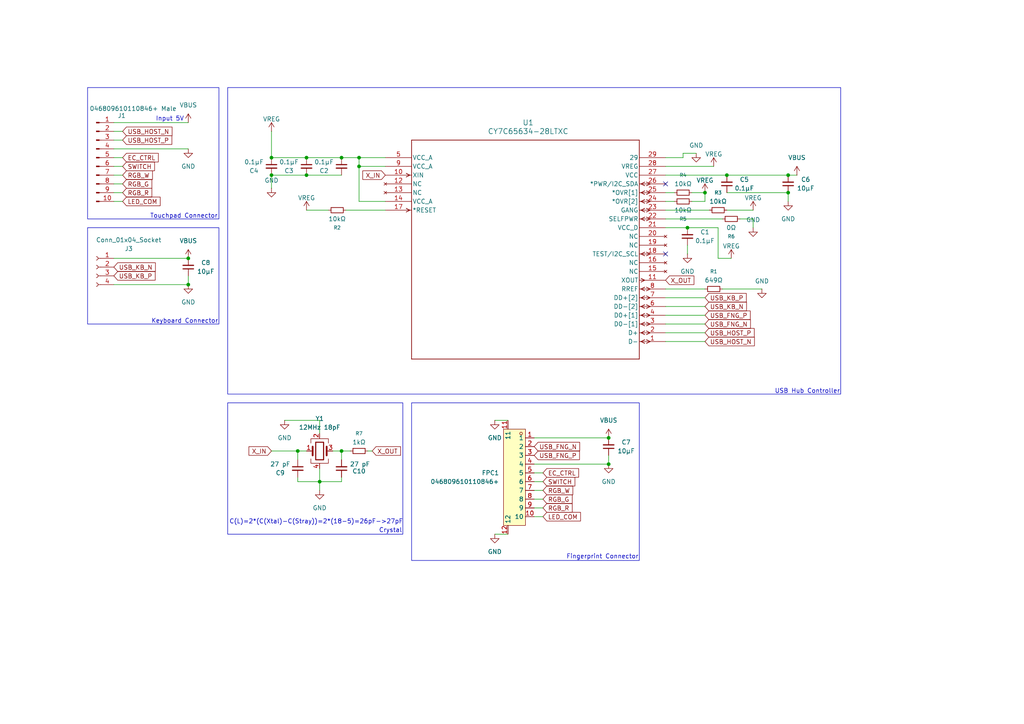
<source format=kicad_sch>
(kicad_sch (version 20250114) (generator "eeschema") (generator_version "9.0")
  (paper "A4")
  (lib_symbols
    (symbol "2025-09-11_12-45-01:CY7C65634-28LTXC" (pin_names (offset 0.254))
      (property "Reference" "U" (at 40.64 10.16 0))
      (property "Value" "CY7C65634-28LTXC" (at 40.64 7.62 0))
      (symbol "CY7C65634-28LTXC_0_1"
        (polyline (pts (xy 7.0993 -5.08) (xy 6.0579 -4.5593)) (stroke (width 0.2032)))
        (polyline (pts (xy 7.0993 -5.08) (xy 6.0579 -5.6007)) (stroke (width 0.2032)))
        (polyline (pts (xy 7.0993 -15.24) (xy 6.0579 -14.7193)) (stroke (width 0.2032)))
        (polyline (pts (xy 7.0993 -15.24) (xy 6.0579 -15.7607)) (stroke (width 0.2032)))
        (polyline (pts (xy 7.62 5.08) (xy 7.62 -58.42)) (stroke (width 0.2032)))
        (polyline (pts (xy 7.62 -58.42) (xy 73.66 -58.42)) (stroke (width 0.2032)))
        (polyline (pts (xy 73.66 5.08) (xy 7.62 5.08)) (stroke (width 0.2032)))
        (polyline (pts (xy 73.66 -58.42) (xy 73.66 5.08)) (stroke (width 0.2032)))
        (polyline (pts (xy 74.1807 -7.62) (xy 75.2221 -7.0993)) (stroke (width 0.2032)))
        (polyline (pts (xy 74.1807 -7.62) (xy 75.2221 -8.1407)) (stroke (width 0.2032)))
        (polyline (pts (xy 74.1807 -10.16) (xy 75.2221 -9.6393)) (stroke (width 0.2032)))
        (polyline (pts (xy 74.1807 -10.16) (xy 75.2221 -10.6807)) (stroke (width 0.2032)))
        (polyline (pts (xy 74.1807 -12.7) (xy 75.2221 -12.1793)) (stroke (width 0.2032)))
        (polyline (pts (xy 74.1807 -12.7) (xy 75.2221 -13.2207)) (stroke (width 0.2032)))
        (polyline (pts (xy 74.1807 -15.24) (xy 75.2221 -14.7193)) (stroke (width 0.2032)))
        (polyline (pts (xy 74.1807 -15.24) (xy 75.2221 -15.7607)) (stroke (width 0.2032)))
        (polyline (pts (xy 74.1807 -17.78) (xy 75.2221 -17.2593)) (stroke (width 0.2032)))
        (polyline (pts (xy 74.1807 -17.78) (xy 75.2221 -18.3007)) (stroke (width 0.2032)))
        (polyline (pts (xy 74.1807 -27.94) (xy 75.2221 -27.4193)) (stroke (width 0.2032)))
        (polyline (pts (xy 74.1807 -27.94) (xy 75.2221 -28.4607)) (stroke (width 0.2032)))
        (polyline (pts (xy 74.1807 -35.0393) (xy 75.2221 -35.56)) (stroke (width 0.2032)))
        (polyline (pts (xy 74.1807 -36.0807) (xy 75.2221 -35.56)) (stroke (width 0.2032)))
        (polyline (pts (xy 74.1807 -38.1) (xy 75.2221 -37.5793)) (stroke (width 0.2032)))
        (polyline (pts (xy 74.1807 -38.1) (xy 75.2221 -38.6207)) (stroke (width 0.2032)))
        (polyline (pts (xy 74.1807 -40.64) (xy 75.2221 -40.1193)) (stroke (width 0.2032)))
        (polyline (pts (xy 74.1807 -40.64) (xy 75.2221 -41.1607)) (stroke (width 0.2032)))
        (polyline (pts (xy 74.1807 -43.18) (xy 75.2221 -42.6593)) (stroke (width 0.2032)))
        (polyline (pts (xy 74.1807 -43.18) (xy 75.2221 -43.7007)) (stroke (width 0.2032)))
        (polyline (pts (xy 74.1807 -45.72) (xy 75.2221 -45.1993)) (stroke (width 0.2032)))
        (polyline (pts (xy 74.1807 -45.72) (xy 75.2221 -46.2407)) (stroke (width 0.2032)))
        (polyline (pts (xy 74.1807 -48.26) (xy 75.2221 -47.7393)) (stroke (width 0.2032)))
        (polyline (pts (xy 74.1807 -48.26) (xy 75.2221 -48.7807)) (stroke (width 0.2032)))
        (polyline (pts (xy 74.1807 -50.8) (xy 75.2221 -50.2793)) (stroke (width 0.2032)))
        (polyline (pts (xy 74.1807 -50.8) (xy 75.2221 -51.3207)) (stroke (width 0.2032)))
        (polyline (pts (xy 74.1807 -53.34) (xy 75.2221 -52.8193)) (stroke (width 0.2032)))
        (polyline (pts (xy 74.1807 -53.34) (xy 75.2221 -53.8607)) (stroke (width 0.2032)))
        (polyline (pts (xy 75.7428 -7.0993) (xy 76.7842 -7.62)) (stroke (width 0.2032)))
        (polyline (pts (xy 75.7428 -8.1407) (xy 76.7842 -7.62)) (stroke (width 0.2032)))
        (polyline (pts (xy 75.7428 -9.6393) (xy 76.7842 -10.16)) (stroke (width 0.2032)))
        (polyline (pts (xy 75.7428 -10.6807) (xy 76.7842 -10.16)) (stroke (width 0.2032)))
        (polyline (pts (xy 75.7428 -12.1793) (xy 76.7842 -12.7)) (stroke (width 0.2032)))
        (polyline (pts (xy 75.7428 -13.2207) (xy 76.7842 -12.7)) (stroke (width 0.2032)))
        (polyline (pts (xy 75.7428 -14.7193) (xy 76.7842 -15.24)) (stroke (width 0.2032)))
        (polyline (pts (xy 75.7428 -15.7607) (xy 76.7842 -15.24)) (stroke (width 0.2032)))
        (polyline (pts (xy 75.7428 -17.2593) (xy 76.7842 -17.78)) (stroke (width 0.2032)))
        (polyline (pts (xy 75.7428 -18.3007) (xy 76.7842 -17.78)) (stroke (width 0.2032)))
        (polyline (pts (xy 75.7428 -27.4193) (xy 76.7842 -27.94)) (stroke (width 0.2032)))
        (polyline (pts (xy 75.7428 -28.4607) (xy 76.7842 -27.94)) (stroke (width 0.2032)))
        (polyline (pts (xy 75.7428 -37.5793) (xy 76.7842 -38.1)) (stroke (width 0.2032)))
        (polyline (pts (xy 75.7428 -38.6207) (xy 76.7842 -38.1)) (stroke (width 0.2032)))
        (polyline (pts (xy 75.7428 -40.1193) (xy 76.7842 -40.64)) (stroke (width 0.2032)))
        (polyline (pts (xy 75.7428 -41.1607) (xy 76.7842 -40.64)) (stroke (width 0.2032)))
        (polyline (pts (xy 75.7428 -42.6593) (xy 76.7842 -43.18)) (stroke (width 0.2032)))
        (polyline (pts (xy 75.7428 -43.7007) (xy 76.7842 -43.18)) (stroke (width 0.2032)))
        (polyline (pts (xy 75.7428 -45.1993) (xy 76.7842 -45.72)) (stroke (width 0.2032)))
        (polyline (pts (xy 75.7428 -46.2407) (xy 76.7842 -45.72)) (stroke (width 0.2032)))
        (polyline (pts (xy 75.7428 -47.7393) (xy 76.7842 -48.26)) (stroke (width 0.2032)))
        (polyline (pts (xy 75.7428 -48.7807) (xy 76.7842 -48.26)) (stroke (width 0.2032)))
        (polyline (pts (xy 75.7428 -50.2793) (xy 76.7842 -50.8)) (stroke (width 0.2032)))
        (polyline (pts (xy 75.7428 -51.3207) (xy 76.7842 -50.8)) (stroke (width 0.2032)))
        (polyline (pts (xy 75.7428 -52.8193) (xy 76.7842 -53.34)) (stroke (width 0.2032)))
        (polyline (pts (xy 75.7428 -53.8607) (xy 76.7842 -53.34)) (stroke (width 0.2032)))
        (pin power_in line (at 0 0 0) (length 7.62) (name "VCC_A") (number "5"))
        (pin power_in line (at 0 -2.54 0) (length 7.62) (name "VCC_A") (number "9"))
        (pin input line (at 0 -5.08 0) (length 7.62) (name "XIN") (number "10"))
        (pin no_connect line (at 0 -7.62 0) (length 7.62) (name "NC") (number "12"))
        (pin no_connect line (at 0 -10.16 0) (length 7.62) (name "NC") (number "13"))
        (pin power_in line (at 0 -12.7 0) (length 7.62) (name "VCC_A") (number "14"))
        (pin input line (at 0 -15.24 0) (length 7.62) (name "*RESET") (number "17"))
        (pin unspecified line (at 81.28 0 180) (length 7.62) (name "29") (number "29"))
        (pin power_in line (at 81.28 -2.54 180) (length 7.62) (name "VREG") (number "28"))
        (pin power_in line (at 81.28 -5.08 180) (length 7.62) (name "VCC") (number "27"))
        (pin bidirectional line (at 81.28 -7.62 180) (length 7.62) (name "*PWR/I2C_SDA") (number "26"))
        (pin bidirectional line (at 81.28 -10.16 180) (length 7.62) (name "*OVR[1]") (number "25"))
        (pin bidirectional line (at 81.28 -12.7 180) (length 7.62) (name "*OVR[2]") (number "24"))
        (pin bidirectional line (at 81.28 -15.24 180) (length 7.62) (name "GANG") (number "23"))
        (pin bidirectional line (at 81.28 -17.78 180) (length 7.62) (name "SELFPWR") (number "22"))
        (pin power_in line (at 81.28 -20.32 180) (length 7.62) (name "VCC_D") (number "21"))
        (pin no_connect line (at 81.28 -22.86 180) (length 7.62) (name "NC") (number "20"))
        (pin no_connect line (at 81.28 -25.4 180) (length 7.62) (name "NC") (number "19"))
        (pin bidirectional line (at 81.28 -27.94 180) (length 7.62) (name "TEST/I2C_SCL") (number "18"))
        (pin no_connect line (at 81.28 -30.48 180) (length 7.62) (name "NC") (number "16"))
        (pin no_connect line (at 81.28 -33.02 180) (length 7.62) (name "NC") (number "15"))
        (pin output line (at 81.28 -35.56 180) (length 7.62) (name "XOUT") (number "11"))
        (pin bidirectional line (at 81.28 -38.1 180) (length 7.62) (name "RREF") (number "8"))
        (pin bidirectional line (at 81.28 -40.64 180) (length 7.62) (name "DD+[2]") (number "7"))
        (pin bidirectional line (at 81.28 -43.18 180) (length 7.62) (name "DD-[2]") (number "6"))
        (pin bidirectional line (at 81.28 -45.72 180) (length 7.62) (name "D0+[1]") (number "4"))
        (pin bidirectional line (at 81.28 -48.26 180) (length 7.62) (name "D0-[1]") (number "3"))
        (pin bidirectional line (at 81.28 -50.8 180) (length 7.62) (name "D+") (number "2"))
        (pin bidirectional line (at 81.28 -53.34 180) (length 7.62) (name "D-") (number "1"))
      )
    )
    (symbol "Connector:Conn_01x04_Socket" (pin_names (offset 1.016) (hide yes))
      (property "Reference" "J" (at 0 5.08 0))
      (property "Value" "Conn_01x04_Socket" (at 0 -7.62 0))
      (symbol "Conn_01x04_Socket_1_1"
        (polyline (pts (xy -1.27 2.54) (xy -0.508 2.54)) (stroke (width 0.1524)))
        (polyline (pts (xy -1.27 0) (xy -0.508 0)) (stroke (width 0.1524)))
        (polyline (pts (xy -1.27 -2.54) (xy -0.508 -2.54)) (stroke (width 0.1524)))
        (polyline (pts (xy -1.27 -5.08) (xy -0.508 -5.08)) (stroke (width 0.1524)))
        (arc (start 0 2.032) (mid -0.5058 2.54) (end 0 3.048) (stroke (width 0.1524)))
        (arc (start 0 -0.508) (mid -0.5058 0) (end 0 0.508) (stroke (width 0.1524)))
        (arc (start 0 -3.048) (mid -0.5058 -2.54) (end 0 -2.032) (stroke (width 0.1524)))
        (arc (start 0 -5.588) (mid -0.5058 -5.08) (end 0 -4.572) (stroke (width 0.1524)))
        (pin passive line (at -5.08 2.54 0) (length 3.81) (name "Pin_1") (number "1"))
        (pin passive line (at -5.08 0 0) (length 3.81) (name "Pin_2") (number "2"))
        (pin passive line (at -5.08 -2.54 0) (length 3.81) (name "Pin_3") (number "3"))
        (pin passive line (at -5.08 -5.08 0) (length 3.81) (name "Pin_4") (number "4"))
      )
    )
    (symbol "Connector:Conn_01x10_Pin" (pin_names (offset 1.016) (hide yes))
      (property "Reference" "J" (at 0 12.7 0))
      (property "Value" "Conn_01x10_Pin" (at 0 -15.24 0))
      (symbol "Conn_01x10_Pin_1_1"
        (rectangle (start 0.8636 10.287) (end 0 10.033) (stroke (width 0.1524)) (fill (type outline)))
        (rectangle (start 0.8636 7.747) (end 0 7.493) (stroke (width 0.1524)) (fill (type outline)))
        (rectangle (start 0.8636 5.207) (end 0 4.953) (stroke (width 0.1524)) (fill (type outline)))
        (rectangle (start 0.8636 2.667) (end 0 2.413) (stroke (width 0.1524)) (fill (type outline)))
        (rectangle (start 0.8636 0.127) (end 0 -0.127) (stroke (width 0.1524)) (fill (type outline)))
        (rectangle (start 0.8636 -2.413) (end 0 -2.667) (stroke (width 0.1524)) (fill (type outline)))
        (rectangle (start 0.8636 -4.953) (end 0 -5.207) (stroke (width 0.1524)) (fill (type outline)))
        (rectangle (start 0.8636 -7.493) (end 0 -7.747) (stroke (width 0.1524)) (fill (type outline)))
        (rectangle (start 0.8636 -10.033) (end 0 -10.287) (stroke (width 0.1524)) (fill (type outline)))
        (rectangle (start 0.8636 -12.573) (end 0 -12.827) (stroke (width 0.1524)) (fill (type outline)))
        (polyline (pts (xy 1.27 10.16) (xy 0.8636 10.16)) (stroke (width 0.1524)))
        (polyline (pts (xy 1.27 7.62) (xy 0.8636 7.62)) (stroke (width 0.1524)))
        (polyline (pts (xy 1.27 5.08) (xy 0.8636 5.08)) (stroke (width 0.1524)))
        (polyline (pts (xy 1.27 2.54) (xy 0.8636 2.54)) (stroke (width 0.1524)))
        (polyline (pts (xy 1.27 0) (xy 0.8636 0)) (stroke (width 0.1524)))
        (polyline (pts (xy 1.27 -2.54) (xy 0.8636 -2.54)) (stroke (width 0.1524)))
        (polyline (pts (xy 1.27 -5.08) (xy 0.8636 -5.08)) (stroke (width 0.1524)))
        (polyline (pts (xy 1.27 -7.62) (xy 0.8636 -7.62)) (stroke (width 0.1524)))
        (polyline (pts (xy 1.27 -10.16) (xy 0.8636 -10.16)) (stroke (width 0.1524)))
        (polyline (pts (xy 1.27 -12.7) (xy 0.8636 -12.7)) (stroke (width 0.1524)))
        (pin passive line (at 5.08 10.16 180) (length 3.81) (name "Pin_1") (number "1"))
        (pin passive line (at 5.08 7.62 180) (length 3.81) (name "Pin_2") (number "2"))
        (pin passive line (at 5.08 5.08 180) (length 3.81) (name "Pin_3") (number "3"))
        (pin passive line (at 5.08 2.54 180) (length 3.81) (name "Pin_4") (number "4"))
        (pin passive line (at 5.08 0 180) (length 3.81) (name "Pin_5") (number "5"))
        (pin passive line (at 5.08 -2.54 180) (length 3.81) (name "Pin_6") (number "6"))
        (pin passive line (at 5.08 -5.08 180) (length 3.81) (name "Pin_7") (number "7"))
        (pin passive line (at 5.08 -7.62 180) (length 3.81) (name "Pin_8") (number "8"))
        (pin passive line (at 5.08 -10.16 180) (length 3.81) (name "Pin_9") (number "9"))
        (pin passive line (at 5.08 -12.7 180) (length 3.81) (name "Pin_10") (number "10"))
      )
    )
    (symbol "Device:C_Small" (pin_numbers (hide yes)) (pin_names (offset 0.254) (hide yes))
      (property "Reference" "C" (at 0.254 1.778 0))
      (property "Value" "C_Small" (at 0.254 -2.032 0))
      (symbol "C_Small_0_1"
        (polyline (pts (xy -1.524 0.508) (xy 1.524 0.508)) (stroke (width 0.3048)))
        (polyline (pts (xy -1.524 -0.508) (xy 1.524 -0.508)) (stroke (width 0.3302)))
      )
      (symbol "C_Small_1_1"
        (pin passive line (at 0 2.54 270) (length 2.032) (name "~") (number "1"))
        (pin passive line (at 0 -2.54 90) (length 2.032) (name "~") (number "2"))
      )
    )
    (symbol "Device:Crystal_GND24" (pin_names (offset 1.016) (hide yes))
      (property "Reference" "Y" (at 3.175 5.08 0))
      (property "Value" "Crystal_GND24" (at 3.175 3.175 0))
      (symbol "Crystal_GND24_0_1"
        (polyline (pts (xy -2.54 2.286) (xy -2.54 3.556) (xy 2.54 3.556) (xy 2.54 2.286)))
        (polyline (pts (xy -2.54 0) (xy -2.032 0)))
        (polyline (pts (xy -2.54 -2.286) (xy -2.54 -3.556) (xy 2.54 -3.556) (xy 2.54 -2.286)))
        (polyline (pts (xy -2.032 -1.27) (xy -2.032 1.27)) (stroke (width 0.508)))
        (rectangle (start -1.143 2.54) (end 1.143 -2.54) (stroke (width 0.3048)))
        (polyline (pts (xy 0 3.556) (xy 0 3.81)))
        (polyline (pts (xy 0 -3.81) (xy 0 -3.556)))
        (polyline (pts (xy 2.032 0) (xy 2.54 0)))
        (polyline (pts (xy 2.032 -1.27) (xy 2.032 1.27)) (stroke (width 0.508)))
      )
      (symbol "Crystal_GND24_1_1"
        (pin passive line (at -3.81 0 0) (length 1.27) (name "1") (number "1"))
        (pin passive line (at 0 5.08 270) (length 1.27) (name "2") (number "2"))
        (pin passive line (at 0 -5.08 90) (length 1.27) (name "4") (number "4"))
        (pin passive line (at 3.81 0 180) (length 1.27) (name "3") (number "3"))
      )
    )
    (symbol "Device:R_Small" (pin_numbers (hide yes)) (pin_names (offset 0.254) (hide yes))
      (property "Reference" "R" (at 0 0 90))
      (property "Value" "R_Small" (at 1.778 0 90))
      (symbol "R_Small_0_1"
        (rectangle (start -0.762 1.778) (end 0.762 -1.778) (stroke (width 0.2032)))
      )
      (symbol "R_Small_1_1"
        (pin passive line (at 0 2.54 270) (length 0.762) (name "~") (number "1"))
        (pin passive line (at 0 -2.54 90) (length 0.762) (name "~") (number "2"))
      )
    )
    (symbol "easyeda2kicad:046809610110846+"
      (property "Reference" "FPC" (at 0 21.59 0))
      (property "Value" "046809610110846+" (at 0 -21.59 0))
      (symbol "046809610110846+_0_1"
        (rectangle (start -1.27 13.97) (end 5.08 -13.97) (fill (type background)))
        (circle (center 0 12.7) (radius 0.38))
        (pin unspecified line (at -3.81 11.43 0) (length 2.54) (name "1") (number "1"))
        (pin unspecified line (at -3.81 8.89 0) (length 2.54) (name "2") (number "2"))
        (pin unspecified line (at -3.81 6.35 0) (length 2.54) (name "3") (number "3"))
        (pin unspecified line (at -3.81 3.81 0) (length 2.54) (name "4") (number "4"))
        (pin unspecified line (at -3.81 1.27 0) (length 2.54) (name "5") (number "5"))
        (pin unspecified line (at -3.81 -1.27 0) (length 2.54) (name "6") (number "6"))
        (pin unspecified line (at -3.81 -3.81 0) (length 2.54) (name "7") (number "7"))
        (pin unspecified line (at -3.81 -6.35 0) (length 2.54) (name "8") (number "8"))
        (pin unspecified line (at -3.81 -8.89 0) (length 2.54) (name "9") (number "9"))
        (pin unspecified line (at -3.81 -11.43 0) (length 2.54) (name "10") (number "10"))
        (pin unspecified line (at 3.81 16.51 270) (length 2.54) (name "11") (number "11"))
        (pin unspecified line (at 3.81 -16.51 90) (length 2.54) (name "12") (number "12"))
      )
    )
    (symbol "power:+3V3" (power) (pin_numbers (hide yes)) (pin_names (offset 0) (hide yes))
      (property "Value" "+3V3" (at 0 3.556 0))
      (symbol "+3V3_0_1"
        (polyline (pts (xy -0.762 1.27) (xy 0 2.54)))
        (polyline (pts (xy 0 2.54) (xy 0.762 1.27)))
        (polyline (pts (xy 0 0) (xy 0 2.54)))
      )
      (symbol "+3V3_1_1"
        (pin power_in line (at 0 0 90) (length 0) (name "~") (number "1"))
      )
    )
    (symbol "power:GND" (power) (pin_numbers (hide yes)) (pin_names (offset 0) (hide yes))
      (property "Value" "GND" (at 0 -3.81 0))
      (symbol "GND_0_1"
        (polyline (pts (xy 0 0) (xy 0 -1.27) (xy 1.27 -1.27) (xy 0 -2.54) (xy -1.27 -1.27) (xy 0 -1.27)))
      )
      (symbol "GND_1_1"
        (pin power_in line (at 0 0 270) (length 0) (name "~") (number "1"))
      )
    )
    (symbol "power:VBUS" (power) (pin_numbers (hide yes)) (pin_names (offset 0) (hide yes))
      (property "Value" "VBUS" (at 0 3.556 0))
      (symbol "VBUS_0_1"
        (polyline (pts (xy -0.762 1.27) (xy 0 2.54)))
        (polyline (pts (xy 0 2.54) (xy 0.762 1.27)))
        (polyline (pts (xy 0 0) (xy 0 2.54)))
      )
      (symbol "VBUS_1_1"
        (pin power_in line (at 0 0 90) (length 0) (name "~") (number "1"))
      )
    )
  )
  (rectangle (start 66.04 116.84) (end 116.84 154.94))
  (rectangle (start 66.04 25.4) (end 243.84 114.3))
  (rectangle (start 25.4 25.4) (end 63.5 63.5))
  (rectangle (start 25.4 66.04) (end 63.5 93.98))
  (rectangle (start 119.38 116.84) (end 185.42 162.56))
  (text "USB Hub Controller" (at 234.188 113.538 0) (effects (font (size 1.27 1.27))))
  (text "Keyboard Connector" (at 53.594 93.218 0) (effects (font (size 1.27 1.27))))
  (text "Crystal" (at 113.284 153.924 0) (effects (font (size 1.27 1.27))))
  (text "Touchpad Connector" (at 53.34 62.738 0) (effects (font (size 1.27 1.27))))
  (text "Fingerprint Connector" (at 174.752 161.544 0) (effects (font (size 1.27 1.27))))
  (text "C(L)=2*(C(Xtal)-C(Stray))=2*(18-5)=26pF->27pF" (at 91.694 151.384 0) (effects (font (size 1.27 1.27))))
  (text "Input 5V" (at 49.276 34.544 0) (effects (font (size 1.27 1.27))))
  (junction (at 176.53 134.62))
  (junction (at 99.06 130.81))
  (junction (at 88.9 45.72))
  (junction (at 86.36 130.81))
  (junction (at 104.14 48.26))
  (junction (at 54.61 74.93))
  (junction (at 204.47 55.88))
  (junction (at 176.53 127))
  (junction (at 92.71 139.7))
  (junction (at 78.74 45.72))
  (junction (at 228.6 55.88))
  (junction (at 78.74 50.8))
  (junction (at 99.06 45.72))
  (junction (at 228.6 50.8))
  (junction (at 104.14 45.72))
  (junction (at 54.61 82.55))
  (junction (at 199.39 66.04))
  (junction (at 210.82 50.8))
  (junction (at 88.9 50.8))
  (no_connect (at 193.04 53.34))
  (no_connect (at 193.04 73.66))
  (wire (pts (xy 99.06 130.81) (xy 99.06 133.35)))
  (wire (pts (xy 54.61 74.93) (xy 33.02 74.93)))
  (wire (pts (xy 88.9 45.72) (xy 78.74 45.72)))
  (wire (pts (xy 193.04 50.8) (xy 210.82 50.8)))
  (wire (pts (xy 210.82 50.8) (xy 228.6 50.8)))
  (wire (pts (xy 35.56 40.64) (xy 33.02 40.64)))
  (wire (pts (xy 96.52 130.81) (xy 99.06 130.81)))
  (wire (pts (xy 198.12 44.45) (xy 198.12 45.72)))
  (wire (pts (xy 228.6 58.42) (xy 228.6 55.88)))
  (wire (pts (xy 88.9 50.8) (xy 99.06 50.8)))
  (wire (pts (xy 204.47 88.9) (xy 193.04 88.9)))
  (wire (pts (xy 35.56 38.1) (xy 33.02 38.1)))
  (wire (pts (xy 86.36 139.7) (xy 86.36 138.43)))
  (wire (pts (xy 78.74 50.8) (xy 88.9 50.8)))
  (wire (pts (xy 92.71 125.73) (xy 92.71 121.92)))
  (wire (pts (xy 92.71 121.92) (xy 82.55 121.92)))
  (wire (pts (xy 54.61 80.01) (xy 54.61 82.55)))
  (wire (pts (xy 198.12 45.72) (xy 193.04 45.72)))
  (wire (pts (xy 78.74 38.1) (xy 78.74 45.72)))
  (wire (pts (xy 204.47 55.88) (xy 200.66 55.88)))
  (wire (pts (xy 204.47 91.44) (xy 193.04 91.44)))
  (wire (pts (xy 106.68 130.81) (xy 107.95 130.81)))
  (wire (pts (xy 78.74 54.61) (xy 78.74 50.8)))
  (wire (pts (xy 157.48 147.32) (xy 154.94 147.32)))
  (wire (pts (xy 208.28 74.93) (xy 208.28 66.04)))
  (wire (pts (xy 193.04 55.88) (xy 195.58 55.88)))
  (wire (pts (xy 92.71 135.89) (xy 92.71 139.7)))
  (wire (pts (xy 157.48 142.24) (xy 154.94 142.24)))
  (wire (pts (xy 35.56 48.26) (xy 33.02 48.26)))
  (wire (pts (xy 35.56 55.88) (xy 33.02 55.88)))
  (wire (pts (xy 88.9 60.96) (xy 95.25 60.96)))
  (wire (pts (xy 54.61 43.18) (xy 33.02 43.18)))
  (wire (pts (xy 157.48 144.78) (xy 154.94 144.78)))
  (wire (pts (xy 204.47 86.36) (xy 193.04 86.36)))
  (wire (pts (xy 104.14 45.72) (xy 111.76 45.72)))
  (wire (pts (xy 193.04 48.26) (xy 207.01 48.26)))
  (wire (pts (xy 35.56 50.8) (xy 33.02 50.8)))
  (wire (pts (xy 33.02 82.55) (xy 54.61 82.55)))
  (wire (pts (xy 201.93 44.45) (xy 198.12 44.45)))
  (wire (pts (xy 199.39 66.04) (xy 208.28 66.04)))
  (wire (pts (xy 204.47 99.06) (xy 193.04 99.06)))
  (wire (pts (xy 86.36 130.81) (xy 86.36 133.35)))
  (wire (pts (xy 99.06 45.72) (xy 104.14 45.72)))
  (wire (pts (xy 92.71 139.7) (xy 99.06 139.7)))
  (wire (pts (xy 212.09 74.93) (xy 208.28 74.93)))
  (wire (pts (xy 86.36 130.81) (xy 88.9 130.81)))
  (wire (pts (xy 154.94 134.62) (xy 176.53 134.62)))
  (wire (pts (xy 143.51 121.92) (xy 147.32 121.92)))
  (wire (pts (xy 92.71 142.24) (xy 92.71 139.7)))
  (wire (pts (xy 228.6 50.8) (xy 231.14 50.8)))
  (wire (pts (xy 157.48 139.7) (xy 154.94 139.7)))
  (wire (pts (xy 193.04 63.5) (xy 209.55 63.5)))
  (wire (pts (xy 204.47 83.82) (xy 193.04 83.82)))
  (wire (pts (xy 176.53 132.08) (xy 176.53 134.62)))
  (wire (pts (xy 209.55 83.82) (xy 220.98 83.82)))
  (wire (pts (xy 193.04 58.42) (xy 195.58 58.42)))
  (wire (pts (xy 210.82 60.96) (xy 218.44 60.96)))
  (wire (pts (xy 99.06 45.72) (xy 88.9 45.72)))
  (wire (pts (xy 200.66 58.42) (xy 204.47 58.42)))
  (wire (pts (xy 214.63 63.5) (xy 218.44 63.5)))
  (wire (pts (xy 35.56 45.72) (xy 33.02 45.72)))
  (wire (pts (xy 111.76 48.26) (xy 104.14 48.26)))
  (wire (pts (xy 100.33 60.96) (xy 111.76 60.96)))
  (wire (pts (xy 157.48 137.16) (xy 154.94 137.16)))
  (wire (pts (xy 157.48 149.86) (xy 154.94 149.86)))
  (wire (pts (xy 104.14 48.26) (xy 104.14 45.72)))
  (wire (pts (xy 78.74 130.81) (xy 86.36 130.81)))
  (wire (pts (xy 104.14 58.42) (xy 104.14 48.26)))
  (wire (pts (xy 176.53 127) (xy 154.94 127)))
  (wire (pts (xy 204.47 93.98) (xy 193.04 93.98)))
  (wire (pts (xy 193.04 60.96) (xy 205.74 60.96)))
  (wire (pts (xy 193.04 66.04) (xy 199.39 66.04)))
  (wire (pts (xy 218.44 66.04) (xy 218.44 63.5)))
  (wire (pts (xy 99.06 139.7) (xy 99.06 138.43)))
  (wire (pts (xy 143.51 154.94) (xy 147.32 154.94)))
  (wire (pts (xy 99.06 130.81) (xy 101.6 130.81)))
  (wire (pts (xy 35.56 53.34) (xy 33.02 53.34)))
  (wire (pts (xy 204.47 96.52) (xy 193.04 96.52)))
  (wire (pts (xy 210.82 55.88) (xy 228.6 55.88)))
  (wire (pts (xy 86.36 139.7) (xy 92.71 139.7)))
  (wire (pts (xy 111.76 58.42) (xy 104.14 58.42)))
  (wire (pts (xy 204.47 55.88) (xy 204.47 58.42)))
  (wire (pts (xy 35.56 58.42) (xy 33.02 58.42)))
  (wire (pts (xy 54.61 35.56) (xy 33.02 35.56)))
  (wire (pts (xy 199.39 73.66) (xy 199.39 71.12)))
  (global_label "USB_FNG_N" (shape input) (at 204.47 93.98 0) (property "Intersheetrefs" "${INTERSHEET_REFS}" (effects (hide yes))))
  (global_label "USB_HOST_P" (shape input) (at 35.56 40.64 0) (property "Intersheetrefs" "${INTERSHEET_REFS}" (effects (hide yes))))
  (global_label "EC_CTRL" (shape input) (at 157.48 137.16 0) (property "Intersheetrefs" "${INTERSHEET_REFS}" (effects (hide yes))))
  (global_label "USB_KB_P" (shape input) (at 204.47 86.36 0) (property "Intersheetrefs" "${INTERSHEET_REFS}" (effects (hide yes))))
  (global_label "RGB_R" (shape input) (at 35.56 55.88 0) (property "Intersheetrefs" "${INTERSHEET_REFS}" (effects (hide yes))))
  (global_label "USB_HOST_N" (shape input) (at 204.47 99.06 0) (property "Intersheetrefs" "${INTERSHEET_REFS}" (effects (hide yes))))
  (global_label "X_IN" (shape input) (at 111.76 50.8 180) (property "Intersheetrefs" "${INTERSHEET_REFS}" (effects (hide yes))))
  (global_label "X_OUT" (shape input) (at 193.04 81.28 0) (property "Intersheetrefs" "${INTERSHEET_REFS}" (effects (hide yes))))
  (global_label "EC_CTRL" (shape input) (at 35.56 45.72 0) (property "Intersheetrefs" "${INTERSHEET_REFS}" (effects (hide yes))))
  (global_label "USB_KB_N" (shape input) (at 33.02 77.47 0) (property "Intersheetrefs" "${INTERSHEET_REFS}" (effects (hide yes))))
  (global_label "USB_FNG_N" (shape input) (at 154.94 129.54 0) (property "Intersheetrefs" "${INTERSHEET_REFS}" (effects (hide yes))))
  (global_label "LED_COM" (shape input) (at 157.48 149.86 0) (property "Intersheetrefs" "${INTERSHEET_REFS}" (effects (hide yes))))
  (global_label "RGB_W" (shape input) (at 157.48 142.24 0) (property "Intersheetrefs" "${INTERSHEET_REFS}" (effects (hide yes))))
  (global_label "RGB_G" (shape input) (at 35.56 53.34 0) (property "Intersheetrefs" "${INTERSHEET_REFS}" (effects (hide yes))))
  (global_label "X_OUT" (shape input) (at 107.95 130.81 0) (property "Intersheetrefs" "${INTERSHEET_REFS}" (effects (hide yes))))
  (global_label "USB_HOST_P" (shape input) (at 204.47 96.52 0) (property "Intersheetrefs" "${INTERSHEET_REFS}" (effects (hide yes))))
  (global_label "USB_FNG_P" (shape input) (at 204.47 91.44 0) (property "Intersheetrefs" "${INTERSHEET_REFS}" (effects (hide yes))))
  (global_label "USB_KB_N" (shape input) (at 204.47 88.9 0) (property "Intersheetrefs" "${INTERSHEET_REFS}" (effects (hide yes))))
  (global_label "USB_HOST_N" (shape input) (at 35.56 38.1 0) (property "Intersheetrefs" "${INTERSHEET_REFS}" (effects (hide yes))))
  (global_label "SWITCH" (shape input) (at 35.56 48.26 0) (property "Intersheetrefs" "${INTERSHEET_REFS}" (effects (hide yes))))
  (global_label "X_IN" (shape input) (at 78.74 130.81 180) (property "Intersheetrefs" "${INTERSHEET_REFS}" (effects (hide yes))))
  (global_label "RGB_G" (shape input) (at 157.48 144.78 0) (property "Intersheetrefs" "${INTERSHEET_REFS}" (effects (hide yes))))
  (global_label "USB_FNG_P" (shape input) (at 154.94 132.08 0) (property "Intersheetrefs" "${INTERSHEET_REFS}" (effects (hide yes))))
  (global_label "RGB_W" (shape input) (at 35.56 50.8 0) (property "Intersheetrefs" "${INTERSHEET_REFS}" (effects (hide yes))))
  (global_label "USB_KB_P" (shape input) (at 33.02 80.01 0) (property "Intersheetrefs" "${INTERSHEET_REFS}" (effects (hide yes))))
  (global_label "SWITCH" (shape input) (at 157.48 139.7 0) (property "Intersheetrefs" "${INTERSHEET_REFS}" (effects (hide yes))))
  (global_label "LED_COM" (shape input) (at 35.56 58.42 0) (property "Intersheetrefs" "${INTERSHEET_REFS}" (effects (hide yes))))
  (global_label "RGB_R" (shape input) (at 157.48 147.32 0) (property "Intersheetrefs" "${INTERSHEET_REFS}" (effects (hide yes))))
  (symbol (lib_id "Device:R_Small") (at 208.28 60.96 90) (mirror x) (unit 1)
    (property "Reference" "R3" (at 208.28 55.88 90) (effects (font (size 1.016 1.016))))
    (property "Value" "10kΩ" (at 208.28 58.42 90))
    (property "Footprint" "Resistor_SMD:R_0805_2012Metric_Pad1.20x1.40mm_HandSolder" (effects (hide yes)))
    (property "Description" "Resistor, small symbol" (effects (hide yes)))
  )
  (symbol (lib_id "easyeda2kicad:046809610110846+") (at 151.13 138.43 0) (mirror y) (unit 1)
    (property "Reference" "FPC1" (at 144.78 137.1599 0) (effects (justify left)))
    (property "Value" "046809610110846+" (at 144.78 139.6999 0) (effects (justify left)))
    (property "Footprint" "easyeda2kicad:CONN-SMD_10P-P0.50_046809610110846" (effects (hide yes)))
    (property "LCSC Part" "C5464531" (effects (hide yes)))
  )
  (symbol (lib_id "power:GND") (at 199.39 73.66 0) (unit 1)
    (property "Reference" "#PWR020" (effects (hide yes)))
    (property "Value" "GND" (at 199.39 78.74 0))
    (property "Description" "Power symbol creates a global label with name \"GND\" , ground" (effects (hide yes)))
  )
  (symbol (lib_id "power:GND") (at 54.61 43.18 0) (unit 1)
    (property "Reference" "#PWR02" (effects (hide yes)))
    (property "Value" "GND" (at 54.61 48.26 0))
    (property "Description" "Power symbol creates a global label with name \"GND\" , ground" (effects (hide yes)))
  )
  (symbol (lib_id "power:GND") (at 220.98 83.82 0) (unit 1)
    (property "Reference" "#PWR012" (effects (hide yes)))
    (property "Value" "GND" (at 218.948 81.534 0) (effects (justify left)))
    (property "Description" "Power symbol creates a global label with name \"GND\" , ground" (effects (hide yes)))
  )
  (symbol (lib_id "Device:C_Small") (at 88.9 48.26 0) (mirror y) (unit 1)
    (property "Reference" "C3" (at 83.8263 49.53 0))
    (property "Value" "0.1μF" (at 83.8263 46.99 0))
    (property "Footprint" "Capacitor_SMD:C_0805_2012Metric_Pad1.18x1.45mm_HandSolder" (effects (hide yes)))
    (property "Description" "Unpolarized capacitor, small symbol" (effects (hide yes)))
  )
  (symbol (lib_id "power:VBUS") (at 54.61 74.93 0) (unit 1)
    (property "Reference" "#PWR07" (effects (hide yes)))
    (property "Value" "VBUS" (at 54.61 69.85 0))
    (property "Description" "Power symbol creates a global label with name \"VBUS\"" (effects (hide yes)))
  )
  (symbol (lib_id "power:VBUS") (at 176.53 127 0) (unit 1)
    (property "Reference" "#PWR013" (effects (hide yes)))
    (property "Value" "VBUS" (at 176.53 121.92 0))
    (property "Description" "Power symbol creates a global label with name \"VBUS\"" (effects (hide yes)))
  )
  (symbol (lib_id "power:GND") (at 176.53 134.62 0) (unit 1)
    (property "Reference" "#PWR04" (effects (hide yes)))
    (property "Value" "GND" (at 176.53 139.7 0))
    (property "Description" "Power symbol creates a global label with name \"GND\" , ground" (effects (hide yes)))
  )
  (symbol (lib_id "power:GND") (at 82.55 121.92 0) (unit 1)
    (property "Reference" "#PWR022" (effects (hide yes)))
    (property "Value" "GND" (at 82.55 127 0))
    (property "Description" "Power symbol creates a global label with name \"GND\" , ground" (effects (hide yes)))
  )
  (symbol (lib_id "power:GND") (at 54.61 82.55 0) (unit 1)
    (property "Reference" "#PWR05" (effects (hide yes)))
    (property "Value" "GND" (at 54.61 87.63 0))
    (property "Description" "Power symbol creates a global label with name \"GND\" , ground" (effects (hide yes)))
  )
  (symbol (lib_id "Device:C_Small") (at 54.61 77.47 0) (mirror x) (unit 1)
    (property "Reference" "C8" (at 59.6837 76.2 0))
    (property "Value" "10μF" (at 59.6837 78.74 0))
    (property "Footprint" "Capacitor_SMD:C_0805_2012Metric_Pad1.18x1.45mm_HandSolder" (effects (hide yes)))
    (property "Description" "Unpolarized capacitor, small symbol" (effects (hide yes)))
  )
  (symbol (lib_id "Device:C_Small") (at 86.36 135.89 0) (mirror y) (unit 1)
    (property "Reference" "C9" (at 81.2863 137.16 0))
    (property "Value" "27 pF" (at 81.2863 134.62 0))
    (property "Footprint" "Capacitor_SMD:C_0805_2012Metric_Pad1.18x1.45mm_HandSolder" (effects (hide yes)))
    (property "Description" "Unpolarized capacitor, small symbol" (effects (hide yes)))
  )
  (symbol (lib_id "Device:C_Small") (at 99.06 135.89 0) (mirror x) (unit 1)
    (property "Reference" "C10" (at 104.14 136.652 0))
    (property "Value" "27 pF" (at 104.394 134.62 0))
    (property "Footprint" "Capacitor_SMD:C_0805_2012Metric_Pad1.18x1.45mm_HandSolder" (effects (hide yes)))
    (property "Description" "Unpolarized capacitor, small symbol" (effects (hide yes)))
  )
  (symbol (lib_id "power:+3V3") (at 88.9 60.96 0) (unit 1)
    (property "Reference" "#PWR017" (effects (hide yes)))
    (property "Value" "VREG" (at 88.9 57.404 0))
    (property "Description" "Power symbol creates a global label with name \"+3V3\"" (effects (hide yes)))
  )
  (symbol (lib_id "Device:Crystal_GND24") (at 92.71 130.81 0) (unit 1)
    (property "Reference" "Y1" (at 92.71 121.412 0))
    (property "Value" "12MHz 18pF" (at 92.71 123.952 0))
    (property "Footprint" "Crystal:Crystal_SMD_Abracon_ABM3B-4Pin_5.0x3.2mm" (effects (hide yes)))
    (property "Description" "Four pin crystal, GND on pins 2 and 4" (effects (hide yes)))
  )
  (symbol (lib_id "power:+3V3") (at 207.01 48.26 0) (unit 1)
    (property "Reference" "#PWR09" (effects (hide yes)))
    (property "Value" "VREG" (at 207.01 44.704 0))
    (property "Description" "Power symbol creates a global label with name \"+3V3\"" (effects (hide yes)))
  )
  (symbol (lib_id "power:VBUS") (at 54.61 35.56 0) (unit 1)
    (property "Reference" "#PWR016" (effects (hide yes)))
    (property "Value" "VBUS" (at 54.61 30.48 0))
    (property "Description" "Power symbol creates a global label with name \"VBUS\"" (effects (hide yes)))
  )
  (symbol (lib_id "power:GND") (at 143.51 121.92 0) (unit 1)
    (property "Reference" "#PWR021" (effects (hide yes)))
    (property "Value" "GND" (at 143.51 127 0))
    (property "Description" "Power symbol creates a global label with name \"GND\" , ground" (effects (hide yes)))
  )
  (symbol (lib_id "Device:R_Small") (at 207.01 83.82 90) (unit 1)
    (property "Reference" "R1" (at 207.01 78.74 90) (effects (font (size 1.016 1.016))))
    (property "Value" "649Ω" (at 207.01 81.28 90))
    (property "Footprint" "Resistor_SMD:R_0805_2012Metric_Pad1.20x1.40mm_HandSolder" (effects (hide yes)))
    (property "Description" "Resistor, small symbol" (effects (hide yes)))
  )
  (symbol (lib_id "Device:R_Small") (at 212.09 63.5 270) (mirror x) (unit 1)
    (property "Reference" "R6" (at 212.09 68.58 90) (effects (font (size 1.016 1.016))))
    (property "Value" "0Ω" (at 212.09 66.04 90))
    (property "Footprint" "Resistor_SMD:R_0805_2012Metric_Pad1.20x1.40mm_HandSolder" (effects (hide yes)))
    (property "Description" "Resistor, small symbol" (effects (hide yes)))
  )
  (symbol (lib_id "Device:C_Small") (at 99.06 48.26 0) (mirror y) (unit 1)
    (property "Reference" "C2" (at 93.9863 49.53 0))
    (property "Value" "0.1μF" (at 93.9863 46.99 0))
    (property "Footprint" "Capacitor_SMD:C_0805_2012Metric_Pad1.18x1.45mm_HandSolder" (effects (hide yes)))
    (property "Description" "Unpolarized capacitor, small symbol" (effects (hide yes)))
  )
  (symbol (lib_id "Device:R_Small") (at 198.12 58.42 270) (mirror x) (unit 1)
    (property "Reference" "R5" (at 198.12 63.5 90) (effects (font (size 1.016 1.016))))
    (property "Value" "10kΩ" (at 198.12 60.96 90))
    (property "Footprint" "Resistor_SMD:R_0805_2012Metric_Pad1.20x1.40mm_HandSolder" (effects (hide yes)))
    (property "Description" "Resistor, small symbol" (effects (hide yes)))
  )
  (symbol (lib_id "power:+3V3") (at 212.09 74.93 0) (unit 1)
    (property "Reference" "#PWR011" (effects (hide yes)))
    (property "Value" "VREG" (at 212.09 71.374 0))
    (property "Description" "Power symbol creates a global label with name \"+3V3\"" (effects (hide yes)))
  )
  (symbol (lib_id "power:GND") (at 201.93 44.45 0) (unit 1)
    (property "Reference" "#PWR08" (effects (hide yes)))
    (property "Value" "GND" (at 199.898 42.164 0) (effects (justify left)))
    (property "Description" "Power symbol creates a global label with name \"GND\" , ground" (effects (hide yes)))
  )
  (symbol (lib_id "power:GND") (at 78.74 54.61 0) (unit 1)
    (property "Reference" "#PWR01" (effects (hide yes)))
    (property "Value" "GND" (at 76.708 52.324 0) (effects (justify left)))
    (property "Description" "Power symbol creates a global label with name \"GND\" , ground" (effects (hide yes)))
  )
  (symbol (lib_id "Device:R_Small") (at 198.12 55.88 90) (mirror x) (unit 1)
    (property "Reference" "R4" (at 198.12 50.8 90) (effects (font (size 1.016 1.016))))
    (property "Value" "10kΩ" (at 198.12 53.34 90))
    (property "Footprint" "Resistor_SMD:R_0805_2012Metric_Pad1.20x1.40mm_HandSolder" (effects (hide yes)))
    (property "Description" "Resistor, small symbol" (effects (hide yes)))
  )
  (symbol (lib_id "Device:C_Small") (at 228.6 53.34 0) (mirror x) (unit 1)
    (property "Reference" "C6" (at 233.6737 52.07 0))
    (property "Value" "10μF" (at 233.6737 54.61 0))
    (property "Footprint" "Capacitor_SMD:C_0805_2012Metric_Pad1.18x1.45mm_HandSolder" (effects (hide yes)))
    (property "Description" "Unpolarized capacitor, small symbol" (effects (hide yes)))
  )
  (symbol (lib_id "Device:C_Small") (at 210.82 53.34 0) (mirror x) (unit 1)
    (property "Reference" "C5" (at 215.8937 52.07 0))
    (property "Value" "0.1μF" (at 215.8937 54.61 0))
    (property "Footprint" "Capacitor_SMD:C_0805_2012Metric_Pad1.18x1.45mm_HandSolder" (effects (hide yes)))
    (property "Description" "Unpolarized capacitor, small symbol" (effects (hide yes)))
  )
  (symbol (lib_id "power:GND") (at 228.6 58.42 0) (unit 1)
    (property "Reference" "#PWR019" (effects (hide yes)))
    (property "Value" "GND" (at 228.6 63.5 0))
    (property "Description" "Power symbol creates a global label with name \"GND\" , ground" (effects (hide yes)))
  )
  (symbol (lib_id "Device:R_Small") (at 97.79 60.96 270) (mirror x) (unit 1)
    (property "Reference" "R2" (at 97.79 66.04 90) (effects (font (size 1.016 1.016))))
    (property "Value" "10kΩ" (at 97.79 63.5 90))
    (property "Footprint" "Resistor_SMD:R_0805_2012Metric_Pad1.20x1.40mm_HandSolder" (effects (hide yes)))
    (property "Description" "Resistor, small symbol" (effects (hide yes)))
  )
  (symbol (lib_id "power:+3V3") (at 78.74 38.1 0) (unit 1)
    (property "Reference" "#PWR010" (effects (hide yes)))
    (property "Value" "VREG" (at 78.74 34.544 0))
    (property "Description" "Power symbol creates a global label with name \"+3V3\"" (effects (hide yes)))
  )
  (symbol (lib_id "Device:C_Small") (at 78.74 48.26 0) (mirror y) (unit 1)
    (property "Reference" "C4" (at 73.6663 49.53 0))
    (property "Value" "0.1μF" (at 73.6663 46.99 0))
    (property "Footprint" "Capacitor_SMD:C_0805_2012Metric_Pad1.18x1.45mm_HandSolder" (effects (hide yes)))
    (property "Description" "Unpolarized capacitor, small symbol" (effects (hide yes)))
  )
  (symbol (lib_id "Connector:Conn_01x04_Socket") (at 27.94 77.47 0) (mirror y) (unit 1)
    (property "Reference" "J3" (at 37.338 72.136 0))
    (property "Value" "Conn_01x04_Socket" (at 37.338 69.596 0))
    (property "Footprint" "Custom:4 pad" (effects (hide yes)))
    (property "Description" "Generic connector, single row, 01x04, script generated" (effects (hide yes)))
  )
  (symbol (lib_id "power:VBUS") (at 231.14 50.8 0) (unit 1)
    (property "Reference" "#PWR06" (effects (hide yes)))
    (property "Value" "VBUS" (at 231.14 45.72 0))
    (property "Description" "Power symbol creates a global label with name \"VBUS\"" (effects (hide yes)))
  )
  (symbol (lib_id "power:GND") (at 143.51 154.94 0) (unit 1)
    (property "Reference" "#PWR023" (effects (hide yes)))
    (property "Value" "GND" (at 143.51 160.02 0))
    (property "Description" "Power symbol creates a global label with name \"GND\" , ground" (effects (hide yes)))
  )
  (symbol (lib_id "Device:C_Small") (at 176.53 129.54 0) (mirror x) (unit 1)
    (property "Reference" "C7" (at 181.6037 128.27 0))
    (property "Value" "10μF" (at 181.6037 130.81 0))
    (property "Footprint" "Capacitor_SMD:C_0805_2012Metric_Pad1.18x1.45mm_HandSolder" (effects (hide yes)))
    (property "Description" "Unpolarized capacitor, small symbol" (effects (hide yes)))
  )
  (symbol (lib_id "power:+3V3") (at 218.44 60.96 0) (unit 1)
    (property "Reference" "#PWR014" (effects (hide yes)))
    (property "Value" "VREG" (at 218.44 57.404 0))
    (property "Description" "Power symbol creates a global label with name \"+3V3\"" (effects (hide yes)))
  )
  (symbol (lib_id "power:+3V3") (at 204.47 55.88 0) (unit 1)
    (property "Reference" "#PWR015" (effects (hide yes)))
    (property "Value" "VREG" (at 204.47 52.324 0))
    (property "Description" "Power symbol creates a global label with name \"+3V3\"" (effects (hide yes)))
  )
  (symbol (lib_id "Device:C_Small") (at 199.39 68.58 0) (mirror x) (unit 1)
    (property "Reference" "C1" (at 204.4637 67.31 0))
    (property "Value" "0.1μF" (at 204.4637 69.85 0))
    (property "Footprint" "Capacitor_SMD:C_0805_2012Metric_Pad1.18x1.45mm_HandSolder" (effects (hide yes)))
    (property "Description" "Unpolarized capacitor, small symbol" (effects (hide yes)))
  )
  (symbol (lib_id "power:GND") (at 218.44 66.04 0) (unit 1)
    (property "Reference" "#PWR03" (effects (hide yes)))
    (property "Value" "GND" (at 216.408 63.754 0) (effects (justify left)))
    (property "Description" "Power symbol creates a global label with name \"GND\" , ground" (effects (hide yes)))
  )
  (symbol (lib_id "2025-09-11_12-45-01:CY7C65634-28LTXC") (at 111.76 45.72 0) (unit 1)
    (property "Reference" "U1" (at 153.181 35.56 0) (effects (font (size 1.524 1.524))))
    (property "Value" "CY7C65634-28LTXC" (at 153.181 38.1 0) (effects (font (size 1.524 1.524))))
    (property "Footprint" "footprints:QFN-28" (effects (hide yes)))
    (property "Datasheet" "CY7C65634-28LTXC" (effects (hide yes)))
  )
  (symbol (lib_id "power:GND") (at 92.71 142.24 0) (unit 1)
    (property "Reference" "#PWR018" (effects (hide yes)))
    (property "Value" "GND" (at 92.71 147.32 0))
    (property "Description" "Power symbol creates a global label with name \"GND\" , ground" (effects (hide yes)))
  )
  (symbol (lib_id "Device:R_Small") (at 104.14 130.81 270) (unit 1)
    (property "Reference" "R7" (at 104.14 125.73 90) (effects (font (size 1.016 1.016))))
    (property "Value" "1kΩ" (at 104.14 128.27 90))
    (property "Footprint" "Resistor_SMD:R_0805_2012Metric_Pad1.20x1.40mm_HandSolder" (effects (hide yes)))
    (property "Description" "Resistor, small symbol" (effects (hide yes)))
  )
  (symbol (lib_id "Connector:Conn_01x10_Pin") (at 27.94 45.72 0) (unit 1)
    (property "Reference" "J1" (at 35.306 33.528 0))
    (property "Value" "046809610110846+ Male" (at 38.608 31.496 0))
    (property "Footprint" "Custom:Kyocera_046809610110846+_PCB_Edge" (effects (hide yes)))
    (property "Description" "Generic connector, single row, 01x10, script generated" (effects (hide yes)))
  )
)
</source>
